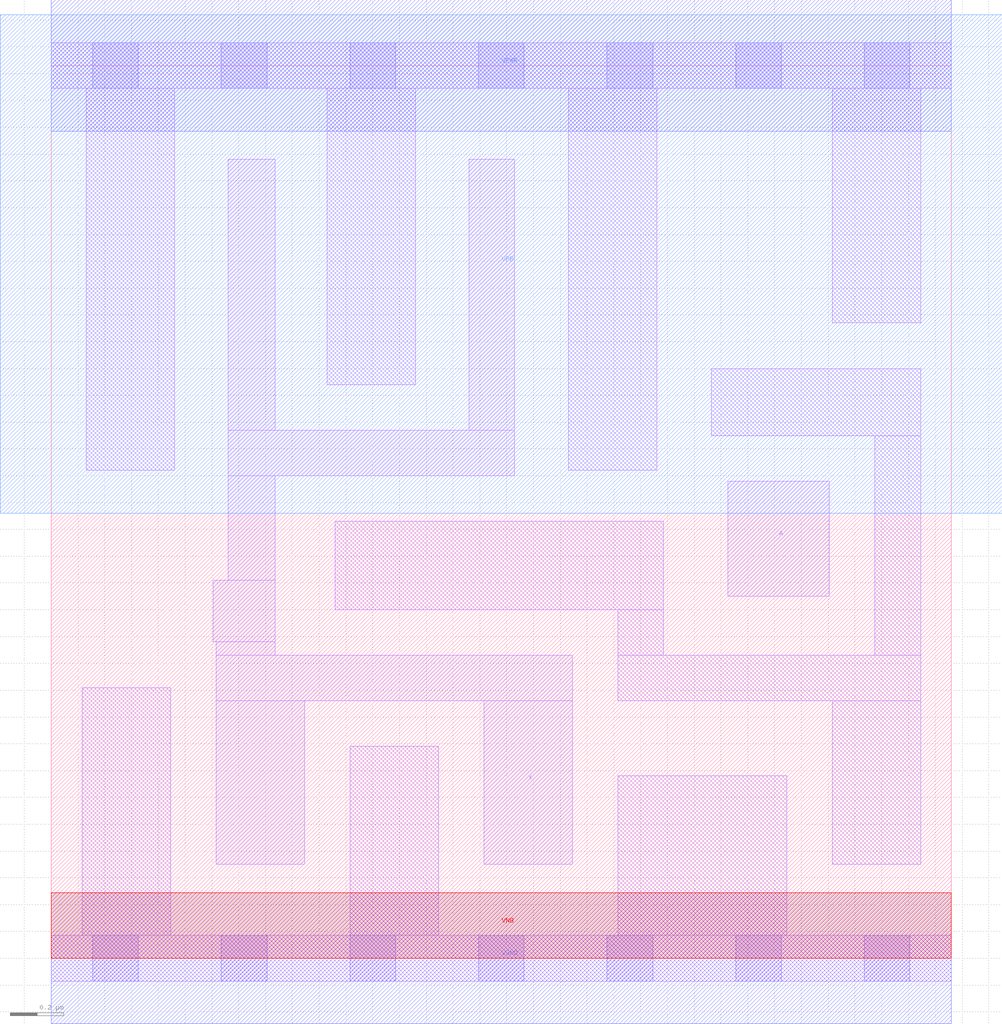
<source format=lef>
# Copyright 2020 The SkyWater PDK Authors
#
# Licensed under the Apache License, Version 2.0 (the "License");
# you may not use this file except in compliance with the License.
# You may obtain a copy of the License at
#
#     https://www.apache.org/licenses/LICENSE-2.0
#
# Unless required by applicable law or agreed to in writing, software
# distributed under the License is distributed on an "AS IS" BASIS,
# WITHOUT WARRANTIES OR CONDITIONS OF ANY KIND, either express or implied.
# See the License for the specific language governing permissions and
# limitations under the License.
#
# SPDX-License-Identifier: Apache-2.0

VERSION 5.7 ;
  NOWIREEXTENSIONATPIN ON ;
  DIVIDERCHAR "/" ;
  BUSBITCHARS "[]" ;
MACRO sky130_fd_sc_hs__buf_4
  CLASS CORE ;
  FOREIGN sky130_fd_sc_hs__buf_4 ;
  ORIGIN  0.000000  0.000000 ;
  SIZE  3.360000 BY  3.330000 ;
  SYMMETRY X Y ;
  SITE unit ;
  PIN A
    ANTENNAGATEAREA  0.363000 ;
    DIRECTION INPUT ;
    USE SIGNAL ;
    PORT
      LAYER li1 ;
        RECT 2.525000 1.350000 2.905000 1.780000 ;
    END
  END A
  PIN X
    ANTENNADIFFAREA  1.086400 ;
    DIRECTION OUTPUT ;
    USE SIGNAL ;
    PORT
      LAYER li1 ;
        RECT 0.605000 1.180000 0.835000 1.410000 ;
        RECT 0.615000 0.350000 0.945000 0.960000 ;
        RECT 0.615000 0.960000 1.945000 1.130000 ;
        RECT 0.615000 1.130000 0.835000 1.180000 ;
        RECT 0.660000 1.410000 0.835000 1.800000 ;
        RECT 0.660000 1.800000 1.730000 1.970000 ;
        RECT 0.660000 1.970000 0.835000 2.980000 ;
        RECT 1.560000 1.970000 1.730000 2.980000 ;
        RECT 1.615000 0.350000 1.945000 0.960000 ;
    END
  END X
  PIN VGND
    DIRECTION INOUT ;
    USE GROUND ;
    PORT
      LAYER met1 ;
        RECT 0.000000 -0.245000 3.360000 0.245000 ;
    END
  END VGND
  PIN VNB
    DIRECTION INOUT ;
    USE GROUND ;
    PORT
      LAYER pwell ;
        RECT 0.000000 0.000000 3.360000 0.245000 ;
    END
  END VNB
  PIN VPB
    DIRECTION INOUT ;
    USE POWER ;
    PORT
      LAYER nwell ;
        RECT -0.190000 1.660000 3.550000 3.520000 ;
    END
  END VPB
  PIN VPWR
    DIRECTION INOUT ;
    USE POWER ;
    PORT
      LAYER met1 ;
        RECT 0.000000 3.085000 3.360000 3.575000 ;
    END
  END VPWR
  OBS
    LAYER li1 ;
      RECT 0.000000 -0.085000 3.360000 0.085000 ;
      RECT 0.000000  3.245000 3.360000 3.415000 ;
      RECT 0.115000  0.085000 0.445000 1.010000 ;
      RECT 0.130000  1.820000 0.460000 3.245000 ;
      RECT 1.030000  2.140000 1.360000 3.245000 ;
      RECT 1.060000  1.300000 2.285000 1.630000 ;
      RECT 1.115000  0.085000 1.445000 0.790000 ;
      RECT 1.930000  1.820000 2.260000 3.245000 ;
      RECT 2.115000  0.085000 2.745000 0.680000 ;
      RECT 2.115000  0.960000 3.245000 1.130000 ;
      RECT 2.115000  1.130000 2.285000 1.300000 ;
      RECT 2.465000  1.950000 3.245000 2.200000 ;
      RECT 2.915000  0.350000 3.245000 0.960000 ;
      RECT 2.915000  2.370000 3.245000 3.245000 ;
      RECT 3.075000  1.130000 3.245000 1.950000 ;
    LAYER mcon ;
      RECT 0.155000 -0.085000 0.325000 0.085000 ;
      RECT 0.155000  3.245000 0.325000 3.415000 ;
      RECT 0.635000 -0.085000 0.805000 0.085000 ;
      RECT 0.635000  3.245000 0.805000 3.415000 ;
      RECT 1.115000 -0.085000 1.285000 0.085000 ;
      RECT 1.115000  3.245000 1.285000 3.415000 ;
      RECT 1.595000 -0.085000 1.765000 0.085000 ;
      RECT 1.595000  3.245000 1.765000 3.415000 ;
      RECT 2.075000 -0.085000 2.245000 0.085000 ;
      RECT 2.075000  3.245000 2.245000 3.415000 ;
      RECT 2.555000 -0.085000 2.725000 0.085000 ;
      RECT 2.555000  3.245000 2.725000 3.415000 ;
      RECT 3.035000 -0.085000 3.205000 0.085000 ;
      RECT 3.035000  3.245000 3.205000 3.415000 ;
  END
END sky130_fd_sc_hs__buf_4
END LIBRARY

</source>
